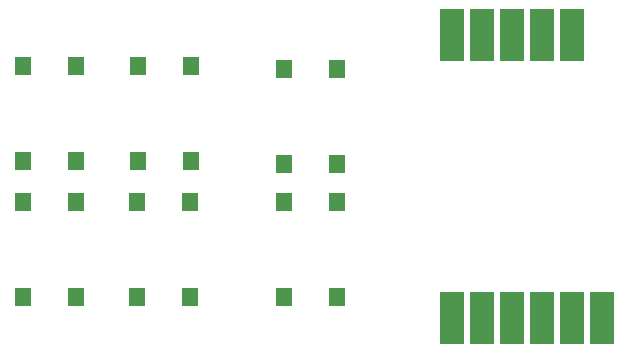
<source format=gbr>
%TF.GenerationSoftware,KiCad,Pcbnew,8.0.5*%
%TF.CreationDate,2025-01-17T14:10:45+05:30*%
%TF.ProjectId,VSD_FM_SHIELD,5653445f-464d-45f5-9348-49454c442e6b,rev?*%
%TF.SameCoordinates,Original*%
%TF.FileFunction,Paste,Top*%
%TF.FilePolarity,Positive*%
%FSLAX46Y46*%
G04 Gerber Fmt 4.6, Leading zero omitted, Abs format (unit mm)*
G04 Created by KiCad (PCBNEW 8.0.5) date 2025-01-17 14:10:45*
%MOMM*%
%LPD*%
G01*
G04 APERTURE LIST*
%ADD10R,1.400000X1.600000*%
%ADD11R,2.000000X4.500000*%
G04 APERTURE END LIST*
D10*
%TO.C,SW6*%
X107514000Y-93662000D03*
X107514000Y-85662000D03*
X112014000Y-93662000D03*
X112014000Y-85662000D03*
%TD*%
%TO.C,SW5*%
X119924000Y-93916000D03*
X119924000Y-85916000D03*
X124424000Y-93916000D03*
X124424000Y-85916000D03*
%TD*%
%TO.C,SW4*%
X97826000Y-105156000D03*
X97826000Y-97156000D03*
X102326000Y-105156000D03*
X102326000Y-97156000D03*
%TD*%
%TO.C,SW1*%
X107478000Y-105156000D03*
X107478000Y-97156000D03*
X111978000Y-105156000D03*
X111978000Y-97156000D03*
%TD*%
D11*
%TO.C,U2*%
X144268000Y-83016000D03*
X141728000Y-83016000D03*
X139188000Y-83016000D03*
X136648000Y-83016000D03*
X134108000Y-83016000D03*
X134108000Y-106976000D03*
X136648000Y-106976000D03*
X139188000Y-106976000D03*
X141728000Y-106976000D03*
X144268000Y-106976000D03*
X146808000Y-106976000D03*
%TD*%
D10*
%TO.C,SW3*%
X102326000Y-85662000D03*
X102326000Y-93662000D03*
X97826000Y-85662000D03*
X97826000Y-93662000D03*
%TD*%
%TO.C,SW2*%
X124424000Y-97156000D03*
X124424000Y-105156000D03*
X119924000Y-97156000D03*
X119924000Y-105156000D03*
%TD*%
M02*

</source>
